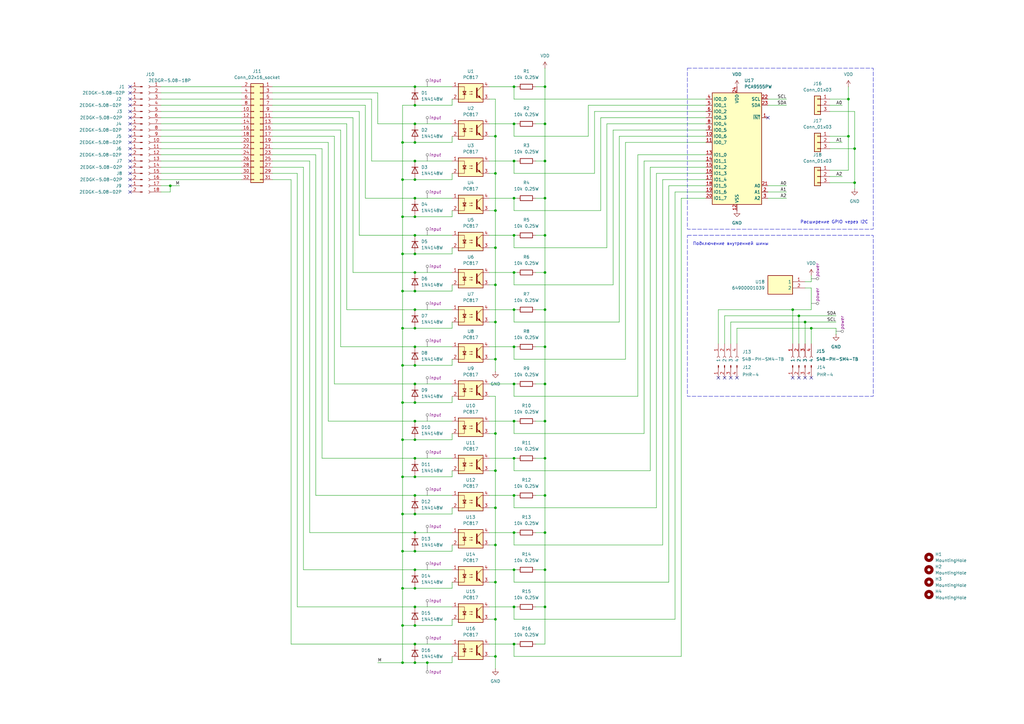
<source format=kicad_sch>
(kicad_sch (version 20231120) (generator "eeschema") (generator_version "8.0")
  (paper "A3")
  (title_block (title "Модуль PM-DI16-base"))
  (junction (at 170.18 96.52))
  (junction (at 170.18 58.42))
  (junction (at 165.1 119.38))
  (junction (at 210.82 96.52))
  (junction (at 170.18 119.38))
  (junction (at 210.82 248.92))
  (junction (at 223.52 111.76))
  (junction (at 223.52 35.56))
  (junction (at 223.52 127))
  (junction (at 165.1 210.82))
  (junction (at 203.2 177.8))
  (junction (at 210.82 66.04))
  (junction (at 170.18 218.44))
  (junction (at 170.18 264.16))
  (junction (at 170.18 66.04))
  (junction (at 210.82 111.76))
  (junction (at 203.2 55.88))
  (junction (at 170.18 226.06))
  (junction (at 203.2 71.12))
  (junction (at 170.18 203.2))
  (junction (at 170.18 210.82))
  (junction (at 332.74 134.62))
  (junction (at 223.52 96.52))
  (junction (at 165.1 271.78))
  (junction (at 223.52 187.96))
  (junction (at 170.18 248.92))
  (junction (at 170.18 142.24))
  (junction (at 223.52 233.68))
  (junction (at 210.82 157.48))
  (junction (at 223.52 142.24))
  (junction (at 170.18 187.96))
  (junction (at 175.26 271.78))
  (junction (at 170.18 165.1))
  (junction (at 170.18 180.34))
  (junction (at 203.2 208.28))
  (junction (at 170.18 256.54))
  (junction (at 203.2 132.08))
  (junction (at 210.82 127))
  (junction (at 210.82 233.68))
  (junction (at 165.1 88.9))
  (junction (at 350.52 74.93))
  (junction (at 170.18 88.9))
  (junction (at 170.18 104.14))
  (junction (at 170.18 241.3))
  (junction (at 170.18 271.78))
  (junction (at 203.2 193.04))
  (junction (at 210.82 264.16))
  (junction (at 170.18 157.48))
  (junction (at 165.1 104.14))
  (junction (at 203.2 223.52))
  (junction (at 223.52 81.28))
  (junction (at 165.1 165.1))
  (junction (at 223.52 157.48))
  (junction (at 165.1 180.34))
  (junction (at 165.1 134.62))
  (junction (at 210.82 187.96))
  (junction (at 347.98 40.64))
  (junction (at 223.52 248.92))
  (junction (at 347.98 55.88))
  (junction (at 165.1 149.86))
  (junction (at 170.18 81.28))
  (junction (at 170.18 172.72))
  (junction (at 170.18 73.66))
  (junction (at 165.1 256.54))
  (junction (at 203.2 238.76))
  (junction (at 170.18 233.68))
  (junction (at 203.2 116.84))
  (junction (at 170.18 195.58))
  (junction (at 330.2 132.08))
  (junction (at 170.18 111.76))
  (junction (at 210.82 81.28))
  (junction (at 203.2 147.32))
  (junction (at 203.2 269.24))
  (junction (at 210.82 203.2))
  (junction (at 170.18 149.86))
  (junction (at 210.82 172.72))
  (junction (at 165.1 226.06))
  (junction (at 210.82 35.56))
  (junction (at 165.1 195.58))
  (junction (at 210.82 142.24))
  (junction (at 210.82 218.44))
  (junction (at 203.2 254))
  (junction (at 325.12 127))
  (junction (at 223.52 172.72))
  (junction (at 350.52 60.96))
  (junction (at 327.66 129.54))
  (junction (at 69.85 76.2))
  (junction (at 170.18 43.18))
  (junction (at 210.82 50.8))
  (junction (at 170.18 35.56))
  (junction (at 170.18 127))
  (junction (at 223.52 203.2))
  (junction (at 170.18 134.62))
  (junction (at 223.52 66.04))
  (junction (at 223.52 218.44))
  (junction (at 165.1 58.42))
  (junction (at 203.2 101.6))
  (junction (at 203.2 86.36))
  (junction (at 223.52 50.8))
  (junction (at 165.1 241.3))
  (junction (at 170.18 50.8))
  (junction (at 165.1 73.66))
  (no_connect (at 53.34 71.12))
  (no_connect (at 330.2 154.94))
  (no_connect (at 327.66 154.94))
  (no_connect (at 53.34 58.42))
  (no_connect (at 53.34 55.88))
  (no_connect (at 297.18 154.94))
  (no_connect (at 53.34 43.18))
  (no_connect (at 53.34 68.58))
  (no_connect (at 53.34 38.1))
  (no_connect (at 53.34 73.66))
  (no_connect (at 53.34 48.26))
  (no_connect (at 302.26 154.94))
  (no_connect (at 53.34 78.74))
  (no_connect (at 299.72 154.94))
  (no_connect (at 53.34 40.64))
  (no_connect (at 325.12 154.94))
  (no_connect (at 53.34 53.34))
  (no_connect (at 53.34 60.96))
  (no_connect (at 53.34 76.2))
  (no_connect (at 53.34 45.72))
  (no_connect (at 332.74 154.94))
  (no_connect (at 53.34 63.5))
  (no_connect (at 314.96 48.26))
  (no_connect (at 53.34 66.04))
  (no_connect (at 53.34 50.8))
  (no_connect (at 294.64 154.94))
  (no_connect (at 53.34 35.56))
  (wire (pts (xy 185.42 104.14) (xy 185.42 101.6)))
  (wire (pts (xy 170.18 241.3) (xy 185.42 241.3)))
  (wire (pts (xy 111.76 53.34) (xy 139.7 53.34)))
  (wire (pts (xy 203.2 86.36) (xy 203.2 101.6)))
  (wire (pts (xy 210.82 127) (xy 212.09 127)))
  (wire (pts (xy 223.52 66.04) (xy 223.52 81.28)))
  (wire (pts (xy 185.42 241.3) (xy 185.42 238.76)))
  (wire (pts (xy 165.1 210.82) (xy 170.18 210.82)))
  (wire (pts (xy 185.42 119.38) (xy 185.42 116.84)))
  (wire (pts (xy 219.71 187.96) (xy 223.52 187.96)))
  (wire (pts (xy 330.2 132.08) (xy 342.9 132.08)))
  (wire (pts (xy 294.64 127) (xy 294.64 140.97)))
  (wire (pts (xy 66.04 45.72) (xy 99.06 45.72)))
  (wire (pts (xy 200.66 111.76) (xy 210.82 111.76)))
  (wire (pts (xy 185.42 134.62) (xy 185.42 132.08)))
  (wire (pts (xy 266.7 193.04) (xy 266.7 68.58)))
  (wire (pts (xy 223.52 187.96) (xy 223.52 203.2)))
  (wire (pts (xy 261.62 63.5) (xy 261.62 162.56)))
  (wire (pts (xy 203.2 254) (xy 203.2 269.24)))
  (wire (pts (xy 127 218.44) (xy 170.18 218.44)))
  (wire (pts (xy 170.18 119.38) (xy 185.42 119.38)))
  (wire (pts (xy 203.2 71.12) (xy 203.2 86.36)))
  (wire (pts (xy 200.66 162.56) (xy 203.2 162.56)))
  (wire (pts (xy 66.04 78.74) (xy 69.85 78.74)))
  (wire (pts (xy 210.82 116.84) (xy 251.46 116.84)))
  (wire (pts (xy 210.82 66.04) (xy 210.82 71.12)))
  (wire (pts (xy 175.26 273.05) (xy 175.26 271.78)))
  (wire (pts (xy 340.36 55.88) (xy 347.98 55.88)))
  (wire (pts (xy 314.96 81.28) (xy 322.58 81.28)))
  (wire (pts (xy 111.76 35.56) (xy 170.18 35.56)))
  (wire (pts (xy 210.82 203.2) (xy 210.82 208.28)))
  (wire (pts (xy 330.2 115.57) (xy 332.74 115.57)))
  (wire (pts (xy 200.66 50.8) (xy 210.82 50.8)))
  (wire (pts (xy 210.82 187.96) (xy 210.82 193.04)))
  (wire (pts (xy 129.54 203.2) (xy 170.18 203.2)))
  (wire (pts (xy 175.26 271.78) (xy 185.42 271.78)))
  (wire (pts (xy 170.18 256.54) (xy 185.42 256.54)))
  (wire (pts (xy 200.66 35.56) (xy 210.82 35.56)))
  (wire (pts (xy 121.92 248.92) (xy 170.18 248.92)))
  (wire (pts (xy 200.66 132.08) (xy 203.2 132.08)))
  (wire (pts (xy 210.82 223.52) (xy 271.78 223.52)))
  (wire (pts (xy 342.9 137.16) (xy 342.9 134.62)))
  (wire (pts (xy 129.54 63.5) (xy 111.76 63.5)))
  (wire (pts (xy 66.04 48.26) (xy 99.06 48.26)))
  (wire (pts (xy 170.18 142.24) (xy 185.42 142.24)))
  (wire (pts (xy 223.52 157.48) (xy 223.52 172.72)))
  (wire (pts (xy 152.4 66.04) (xy 152.4 40.64)))
  (wire (pts (xy 170.18 134.62) (xy 185.42 134.62)))
  (wire (pts (xy 165.1 180.34) (xy 170.18 180.34)))
  (wire (pts (xy 165.1 134.62) (xy 165.1 149.86)))
  (wire (pts (xy 200.66 96.52) (xy 210.82 96.52)))
  (wire (pts (xy 66.04 60.96) (xy 99.06 60.96)))
  (wire (pts (xy 170.18 127) (xy 185.42 127)))
  (wire (pts (xy 200.66 269.24) (xy 203.2 269.24)))
  (wire (pts (xy 210.82 264.16) (xy 210.82 269.24)))
  (wire (pts (xy 66.04 40.64) (xy 99.06 40.64)))
  (wire (pts (xy 165.1 149.86) (xy 165.1 165.1)))
  (wire (pts (xy 170.18 218.44) (xy 185.42 218.44)))
  (wire (pts (xy 210.82 127) (xy 210.82 132.08)))
  (wire (pts (xy 144.78 111.76) (xy 170.18 111.76)))
  (wire (pts (xy 314.96 43.18) (xy 322.58 43.18)))
  (wire (pts (xy 210.82 142.24) (xy 212.09 142.24)))
  (wire (pts (xy 223.52 50.8) (xy 223.52 66.04)))
  (wire (pts (xy 165.1 43.18) (xy 170.18 43.18)))
  (wire (pts (xy 241.3 43.18) (xy 289.56 43.18)))
  (wire (pts (xy 111.76 43.18) (xy 149.86 43.18)))
  (wire (pts (xy 314.96 40.64) (xy 322.58 40.64)))
  (wire (pts (xy 340.36 60.96) (xy 350.52 60.96)))
  (wire (pts (xy 203.2 55.88) (xy 203.2 71.12)))
  (wire (pts (xy 330.2 132.08) (xy 330.2 140.97)))
  (wire (pts (xy 289.56 81.28) (xy 279.4 81.28)))
  (wire (pts (xy 203.2 208.28) (xy 203.2 223.52)))
  (wire (pts (xy 219.71 111.76) (xy 223.52 111.76)))
  (wire (pts (xy 299.72 132.08) (xy 330.2 132.08)))
  (wire (pts (xy 121.92 71.12) (xy 121.92 248.92)))
  (wire (pts (xy 302.26 140.97) (xy 302.26 134.62)))
  (wire (pts (xy 203.2 132.08) (xy 203.2 147.32)))
  (wire (pts (xy 219.71 203.2) (xy 223.52 203.2)))
  (wire (pts (xy 111.76 50.8) (xy 142.24 50.8)))
  (wire (pts (xy 210.82 96.52) (xy 210.82 101.6)))
  (wire (pts (xy 325.12 127) (xy 332.74 127)))
  (wire (pts (xy 170.18 187.96) (xy 185.42 187.96)))
  (wire (pts (xy 243.84 45.72) (xy 243.84 71.12)))
  (wire (pts (xy 223.52 96.52) (xy 223.52 111.76)))
  (wire (pts (xy 165.1 256.54) (xy 170.18 256.54)))
  (wire (pts (xy 185.42 162.56) (xy 185.42 165.1)))
  (wire (pts (xy 223.52 218.44) (xy 223.52 233.68)))
  (wire (pts (xy 223.52 35.56) (xy 223.52 50.8)))
  (wire (pts (xy 170.18 226.06) (xy 185.42 226.06)))
  (wire (pts (xy 210.82 86.36) (xy 246.38 86.36)))
  (wire (pts (xy 165.1 73.66) (xy 170.18 73.66)))
  (wire (pts (xy 210.82 101.6) (xy 248.92 101.6)))
  (wire (pts (xy 200.66 264.16) (xy 210.82 264.16)))
  (wire (pts (xy 347.98 40.64) (xy 347.98 55.88)))
  (wire (pts (xy 170.18 58.42) (xy 185.42 58.42)))
  (wire (pts (xy 210.82 111.76) (xy 212.09 111.76)))
  (wire (pts (xy 165.1 195.58) (xy 165.1 210.82)))
  (wire (pts (xy 210.82 142.24) (xy 210.82 147.32)))
  (wire (pts (xy 165.1 226.06) (xy 165.1 241.3)))
  (wire (pts (xy 170.18 180.34) (xy 185.42 180.34)))
  (wire (pts (xy 170.18 157.48) (xy 185.42 157.48)))
  (wire (pts (xy 271.78 223.52) (xy 271.78 73.66)))
  (wire (pts (xy 210.82 248.92) (xy 210.82 254)))
  (wire (pts (xy 203.2 193.04) (xy 203.2 208.28)))
  (wire (pts (xy 200.66 66.04) (xy 210.82 66.04)))
  (wire (pts (xy 279.4 81.28) (xy 279.4 269.24)))
  (wire (pts (xy 289.56 63.5) (xy 261.62 63.5)))
  (wire (pts (xy 154.94 271.78) (xy 165.1 271.78)))
  (wire (pts (xy 165.1 165.1) (xy 165.1 180.34)))
  (wire (pts (xy 203.2 223.52) (xy 203.2 238.76)))
  (wire (pts (xy 200.66 116.84) (xy 203.2 116.84)))
  (wire (pts (xy 219.71 50.8) (xy 223.52 50.8)))
  (wire (pts (xy 223.52 142.24) (xy 223.52 157.48)))
  (wire (pts (xy 66.04 66.04) (xy 99.06 66.04)))
  (wire (pts (xy 139.7 142.24) (xy 170.18 142.24)))
  (wire (pts (xy 269.24 71.12) (xy 269.24 208.28)))
  (wire (pts (xy 165.1 43.18) (xy 165.1 58.42)))
  (wire (pts (xy 276.86 78.74) (xy 289.56 78.74)))
  (wire (pts (xy 347.98 40.64) (xy 347.98 35.56)))
  (wire (pts (xy 165.1 119.38) (xy 165.1 134.62)))
  (wire (pts (xy 219.71 233.68) (xy 223.52 233.68)))
  (wire (pts (xy 332.74 118.11) (xy 332.74 127)))
  (wire (pts (xy 185.42 256.54) (xy 185.42 254)))
  (wire (pts (xy 170.18 96.52) (xy 185.42 96.52)))
  (wire (pts (xy 185.42 58.42) (xy 185.42 55.88)))
  (wire (pts (xy 66.04 38.1) (xy 99.06 38.1)))
  (wire (pts (xy 200.66 248.92) (xy 210.82 248.92)))
  (wire (pts (xy 203.2 101.6) (xy 203.2 116.84)))
  (wire (pts (xy 124.46 68.58) (xy 124.46 233.68)))
  (wire (pts (xy 210.82 55.88) (xy 241.3 55.88)))
  (wire (pts (xy 66.04 50.8) (xy 99.06 50.8)))
  (wire (pts (xy 66.04 71.12) (xy 99.06 71.12)))
  (wire (pts (xy 170.18 35.56) (xy 185.42 35.56)))
  (wire (pts (xy 154.94 50.8) (xy 154.94 38.1)))
  (wire (pts (xy 142.24 127) (xy 142.24 50.8)))
  (wire (pts (xy 170.18 172.72) (xy 185.42 172.72)))
  (wire (pts (xy 200.66 187.96) (xy 210.82 187.96)))
  (wire (pts (xy 185.42 226.06) (xy 185.42 223.52)))
  (wire (pts (xy 203.2 162.56) (xy 203.2 177.8)))
  (wire (pts (xy 170.18 264.16) (xy 185.42 264.16)))
  (wire (pts (xy 165.1 73.66) (xy 165.1 88.9)))
  (wire (pts (xy 210.82 50.8) (xy 210.82 55.88)))
  (wire (pts (xy 340.36 40.64) (xy 347.98 40.64)))
  (wire (pts (xy 350.52 60.96) (xy 350.52 74.93)))
  (wire (pts (xy 119.38 73.66) (xy 111.76 73.66)))
  (wire (pts (xy 66.04 53.34) (xy 99.06 53.34)))
  (wire (pts (xy 147.32 96.52) (xy 147.32 45.72)))
  (wire (pts (xy 127 66.04) (xy 127 218.44)))
  (wire (pts (xy 210.82 81.28) (xy 210.82 86.36)))
  (wire (pts (xy 210.82 218.44) (xy 210.82 223.52)))
  (wire (pts (xy 219.71 264.16) (xy 223.52 264.16)))
  (wire (pts (xy 165.1 165.1) (xy 170.18 165.1)))
  (wire (pts (xy 66.04 68.58) (xy 99.06 68.58)))
  (wire (pts (xy 210.82 50.8) (xy 212.09 50.8)))
  (wire (pts (xy 223.52 127) (xy 223.52 142.24)))
  (wire (pts (xy 170.18 73.66) (xy 185.42 73.66)))
  (wire (pts (xy 210.82 162.56) (xy 261.62 162.56)))
  (wire (pts (xy 340.36 45.72) (xy 350.52 45.72)))
  (wire (pts (xy 200.66 147.32) (xy 203.2 147.32)))
  (wire (pts (xy 210.82 187.96) (xy 212.09 187.96)))
  (wire (pts (xy 165.1 226.06) (xy 170.18 226.06)))
  (wire (pts (xy 200.66 81.28) (xy 210.82 81.28)))
  (wire (pts (xy 219.71 81.28) (xy 223.52 81.28)))
  (wire (pts (xy 165.1 104.14) (xy 170.18 104.14)))
  (wire (pts (xy 66.04 63.5) (xy 99.06 63.5)))
  (wire (pts (xy 200.66 238.76) (xy 203.2 238.76)))
  (wire (pts (xy 200.66 203.2) (xy 210.82 203.2)))
  (wire (pts (xy 170.18 50.8) (xy 185.42 50.8)))
  (wire (pts (xy 185.42 195.58) (xy 185.42 193.04)))
  (wire (pts (xy 327.66 129.54) (xy 342.9 129.54)))
  (wire (pts (xy 223.52 27.94) (xy 223.52 35.56)))
  (wire (pts (xy 165.1 256.54) (xy 165.1 271.78)))
  (wire (pts (xy 152.4 66.04) (xy 170.18 66.04)))
  (wire (pts (xy 210.82 172.72) (xy 212.09 172.72)))
  (wire (pts (xy 210.82 218.44) (xy 212.09 218.44)))
  (wire (pts (xy 274.32 76.2) (xy 274.32 238.76)))
  (wire (pts (xy 170.18 111.76) (xy 185.42 111.76)))
  (wire (pts (xy 185.42 271.78) (xy 185.42 269.24)))
  (wire (pts (xy 200.66 172.72) (xy 210.82 172.72)))
  (wire (pts (xy 165.1 241.3) (xy 170.18 241.3)))
  (wire (pts (xy 332.74 134.62) (xy 332.74 140.97)))
  (wire (pts (xy 219.71 96.52) (xy 223.52 96.52)))
  (wire (pts (xy 254 55.88) (xy 254 132.08)))
  (wire (pts (xy 340.36 69.85) (xy 347.98 69.85)))
  (wire (pts (xy 111.76 48.26) (xy 144.78 48.26)))
  (wire (pts (xy 165.1 88.9) (xy 170.18 88.9)))
  (wire (pts (xy 241.3 43.18) (xy 241.3 55.88)))
  (wire (pts (xy 210.82 172.72) (xy 210.82 177.8)))
  (wire (pts (xy 165.1 195.58) (xy 170.18 195.58)))
  (wire (pts (xy 203.2 177.8) (xy 203.2 193.04)))
  (wire (pts (xy 210.82 157.48) (xy 210.82 162.56)))
  (wire (pts (xy 134.62 58.42) (xy 134.62 172.72)))
  (wire (pts (xy 256.54 58.42) (xy 256.54 147.32)))
  (wire (pts (xy 327.66 129.54) (xy 327.66 140.97)))
  (wire (pts (xy 165.1 149.86) (xy 170.18 149.86)))
  (wire (pts (xy 200.66 157.48) (xy 210.82 157.48)))
  (wire (pts (xy 210.82 264.16) (xy 212.09 264.16)))
  (wire (pts (xy 200.66 193.04) (xy 203.2 193.04)))
  (wire (pts (xy 170.18 149.86) (xy 185.42 149.86)))
  (wire (pts (xy 210.82 269.24) (xy 279.4 269.24)))
  (wire (pts (xy 111.76 55.88) (xy 137.16 55.88)))
  (wire (pts (xy 332.74 118.11) (xy 330.2 118.11)))
  (wire (pts (xy 170.18 88.9) (xy 185.42 88.9)))
  (wire (pts (xy 210.82 40.64) (xy 289.56 40.64)))
  (wire (pts (xy 170.18 104.14) (xy 185.42 104.14)))
  (wire (pts (xy 299.72 140.97) (xy 299.72 132.08)))
  (wire (pts (xy 170.18 66.04) (xy 185.42 66.04)))
  (wire (pts (xy 170.18 81.28) (xy 185.42 81.28)))
  (wire (pts (xy 200.66 71.12) (xy 203.2 71.12)))
  (wire (pts (xy 340.36 58.42) (xy 345.44 58.42)))
  (wire (pts (xy 314.96 76.2) (xy 322.58 76.2)))
  (wire (pts (xy 129.54 63.5) (xy 129.54 203.2)))
  (wire (pts (xy 203.2 269.24) (xy 203.2 274.32)))
  (wire (pts (xy 200.66 40.64) (xy 203.2 40.64)))
  (wire (pts (xy 165.1 119.38) (xy 170.18 119.38)))
  (wire (pts (xy 69.85 78.74) (xy 69.85 76.2)))
  (wire (pts (xy 175.26 271.78) (xy 170.18 271.78)))
  (wire (pts (xy 210.82 177.8) (xy 264.16 177.8)))
  (wire (pts (xy 165.1 134.62) (xy 170.18 134.62)))
  (wire (pts (xy 144.78 111.76) (xy 144.78 48.26)))
  (wire (pts (xy 210.82 81.28) (xy 212.09 81.28)))
  (wire (pts (xy 203.2 147.32) (xy 203.2 152.4)))
  (wire (pts (xy 200.66 127) (xy 210.82 127)))
  (wire (pts (xy 210.82 193.04) (xy 266.7 193.04)))
  (wire (pts (xy 170.18 203.2) (xy 185.42 203.2)))
  (wire (pts (xy 219.71 66.04) (xy 223.52 66.04)))
  (wire (pts (xy 124.46 68.58) (xy 111.76 68.58)))
  (wire (pts (xy 111.76 60.96) (xy 132.08 60.96)))
  (wire (pts (xy 314.96 78.74) (xy 322.58 78.74)))
  (wire (pts (xy 340.36 72.39) (xy 345.44 72.39)))
  (wire (pts (xy 210.82 157.48) (xy 212.09 157.48)))
  (wire (pts (xy 165.1 58.42) (xy 165.1 73.66)))
  (wire (pts (xy 165.1 104.14) (xy 165.1 119.38)))
  (wire (pts (xy 139.7 142.24) (xy 139.7 53.34)))
  (wire (pts (xy 66.04 35.56) (xy 99.06 35.56)))
  (wire (pts (xy 210.82 132.08) (xy 254 132.08)))
  (wire (pts (xy 69.85 76.2) (xy 73.66 76.2)))
  (wire (pts (xy 111.76 66.04) (xy 127 66.04)))
  (wire (pts (xy 219.71 127) (xy 223.52 127)))
  (wire (pts (xy 219.71 218.44) (xy 223.52 218.44)))
  (wire (pts (xy 66.04 43.18) (xy 99.06 43.18)))
  (wire (pts (xy 219.71 142.24) (xy 223.52 142.24)))
  (wire (pts (xy 132.08 187.96) (xy 170.18 187.96)))
  (wire (pts (xy 340.36 43.18) (xy 345.44 43.18)))
  (wire (pts (xy 185.42 88.9) (xy 185.42 86.36)))
  (wire (pts (xy 243.84 45.72) (xy 289.56 45.72)))
  (wire (pts (xy 170.18 233.68) (xy 185.42 233.68)))
  (wire (pts (xy 289.56 66.04) (xy 264.16 66.04)))
  (wire (pts (xy 210.82 111.76) (xy 210.82 116.84)))
  (wire (pts (xy 165.1 210.82) (xy 165.1 226.06)))
  (wire (pts (xy 223.52 233.68) (xy 223.52 248.92)))
  (wire (pts (xy 210.82 208.28) (xy 269.24 208.28)))
  (wire (pts (xy 246.38 48.26) (xy 289.56 48.26)))
  (wire (pts (xy 170.18 43.18) (xy 185.42 43.18)))
  (wire (pts (xy 185.42 149.86) (xy 185.42 147.32)))
  (wire (pts (xy 132.08 60.96) (xy 132.08 187.96)))
  (wire (pts (xy 165.1 271.78) (xy 170.18 271.78)))
  (wire (pts (xy 165.1 88.9) (xy 165.1 104.14)))
  (wire (pts (xy 223.52 172.72) (xy 223.52 187.96)))
  (wire (pts (xy 325.12 140.97) (xy 325.12 127)))
  (wire (pts (xy 340.36 74.93) (xy 350.52 74.93)))
  (wire (pts (xy 210.82 248.92) (xy 212.09 248.92)))
  (wire (pts (xy 251.46 53.34) (xy 251.46 116.84)))
  (wire (pts (xy 111.76 38.1) (xy 154.94 38.1)))
  (wire (pts (xy 223.52 203.2) (xy 223.52 218.44)))
  (wire (pts (xy 170.18 210.82) (xy 185.42 210.82)))
  (wire (pts (xy 200.66 223.52) (xy 203.2 223.52)))
  (wire (pts (xy 119.38 73.66) (xy 119.38 264.16)))
  (wire (pts (xy 185.42 73.66) (xy 185.42 71.12)))
  (wire (pts (xy 134.62 58.42) (xy 111.76 58.42)))
  (wire (pts (xy 289.56 76.2) (xy 274.32 76.2)))
  (wire (pts (xy 200.66 218.44) (xy 210.82 218.44)))
  (wire (pts (xy 200.66 254) (xy 203.2 254)))
  (wire (pts (xy 203.2 40.64) (xy 203.2 55.88)))
  (wire (pts (xy 137.16 157.48) (xy 170.18 157.48)))
  (wire (pts (xy 170.18 165.1) (xy 185.42 165.1)))
  (wire (pts (xy 210.82 35.56) (xy 210.82 40.64)))
  (wire (pts (xy 66.04 55.88) (xy 99.06 55.88)))
  (wire (pts (xy 119.38 264.16) (xy 170.18 264.16)))
  (wire (pts (xy 200.66 86.36) (xy 203.2 86.36)))
  (wire (pts (xy 223.52 81.28) (xy 223.52 96.52)))
  (wire (pts (xy 203.2 238.76) (xy 203.2 254)))
  (wire (pts (xy 170.18 248.92) (xy 185.42 248.92)))
  (wire (pts (xy 165.1 180.34) (xy 165.1 195.58)))
  (wire (pts (xy 219.71 35.56) (xy 223.52 35.56)))
  (wire (pts (xy 170.18 195.58) (xy 185.42 195.58)))
  (wire (pts (xy 210.82 71.12) (xy 243.84 71.12)))
  (wire (pts (xy 66.04 58.42) (xy 99.06 58.42)))
  (wire (pts (xy 111.76 45.72) (xy 147.32 45.72)))
  (wire (pts (xy 276.86 254) (xy 276.86 78.74)))
  (wire (pts (xy 332.74 113.03) (xy 332.74 115.57)))
  (wire (pts (xy 66.04 73.66) (xy 99.06 73.66)))
  (wire (pts (xy 142.24 127) (xy 170.18 127)))
  (wire (pts (xy 248.92 50.8) (xy 248.92 101.6)))
  (wire (pts (xy 219.71 157.48) (xy 223.52 157.48)))
  (wire (pts (xy 210.82 238.76) (xy 274.32 238.76)))
  (wire (pts (xy 266.7 68.58) (xy 289.56 68.58)))
  (wire (pts (xy 210.82 203.2) (xy 212.09 203.2)))
  (wire (pts (xy 289.56 71.12) (xy 269.24 71.12)))
  (wire (pts (xy 210.82 233.68) (xy 210.82 238.76)))
  (wire (pts (xy 251.46 53.34) (xy 289.56 53.34)))
  (wire (pts (xy 294.64 127) (xy 325.12 127)))
  (wire (pts (xy 200.66 101.6) (xy 203.2 101.6)))
  (wire (pts (xy 271.78 73.66) (xy 289.56 73.66)))
  (wire (pts (xy 185.42 40.64) (xy 185.42 43.18)))
  (wire (pts (xy 210.82 233.68) (xy 212.09 233.68)))
  (wire (pts (xy 254 55.88) (xy 289.56 55.88)))
  (wire (pts (xy 210.82 96.52) (xy 212.09 96.52)))
  (wire (pts (xy 347.98 55.88) (xy 347.98 69.85)))
  (wire (pts (xy 248.92 50.8) (xy 289.56 50.8)))
  (wire (pts (xy 332.74 134.62) (xy 342.9 134.62)))
  (wire (pts (xy 66.04 76.2) (xy 69.85 76.2)))
  (wire (pts (xy 165.1 58.42) (xy 170.18 58.42)))
  (wire (pts (xy 350.52 45.72) (xy 350.52 60.96)))
  (wire (pts (xy 350.52 74.93) (xy 350.52 77.47)))
  (wire (pts (xy 149.86 81.28) (xy 149.86 43.18)))
  (wire (pts (xy 147.32 96.52) (xy 170.18 96.52)))
  (wire (pts (xy 200.66 177.8) (xy 203.2 177.8)))
  (wire (pts (xy 200.66 208.28) (xy 203.2 208.28)))
  (wire (pts (xy 302.26 134.62) (xy 332.74 134.62)))
  (wire (pts (xy 297.18 129.54) (xy 327.66 129.54)))
  (wire (pts (xy 219.71 248.92) (xy 223.52 248.92)))
  (wire (pts (xy 297.18 140.97) (xy 297.18 129.54)))
  (wire (pts (xy 210.82 66.04) (xy 212.09 66.04)))
  (wire (pts (xy 124.46 233.68) (xy 170.18 233.68)))
  (wire (pts (xy 210.82 147.32) (xy 256.54 147.32)))
  (wire (pts (xy 185.42 210.82) (xy 185.42 208.28)))
  (wire (pts (xy 200.66 233.68) (xy 210.82 233.68)))
  (wire (pts (xy 264.16 66.04) (xy 264.16 177.8)))
  (wire (pts (xy 149.86 81.28) (xy 170.18 81.28)))
  (wire (pts (xy 200.66 142.24) (xy 210.82 142.24)))
  (wire (pts (xy 219.71 172.72) (xy 223.52 172.72)))
  (wire (pts (xy 111.76 71.12) (xy 121.92 71.12)))
  (wire (pts (xy 134.62 172.72) (xy 170.18 172.72)))
  (wire (pts (xy 111.76 40.64) (xy 152.4 40.64)))
  (wire (pts (xy 223.52 248.92) (xy 223.52 264.16)))
  (wire (pts (xy 137.16 55.88) (xy 137.16 157.48)))
  (wire (pts (xy 210.82 254) (xy 276.86 254)))
  (wire (pts (xy 223.52 111.76) (xy 223.52 127)))
  (wire (pts (xy 256.54 58.42) (xy 289.56 58.42)))
  (wire (pts (xy 154.94 50.8) (xy 170.18 50.8)))
  (wire (pts (xy 185.42 180.34) (xy 185.42 177.8)))
  (wire (pts (xy 203.2 116.84) (xy 203.2 132.08)))
  (wire (pts (xy 210.82 35.56) (xy 212.09 35.56)))
  (wire (pts (xy 200.66 55.88) (xy 203.2 55.88)))
  (wire (pts (xy 246.38 48.26) (xy 246.38 86.36)))
  (wire (pts (xy 165.1 241.3) (xy 165.1 256.54)))
  (rectangle (start 281.94 27.94) (end 358.14 93.98) (stroke (width 0) (type dash)))
  (rectangle (start 281.94 96.52) (end 358.14 162.56) (stroke (width 0) (type dash)))
  (text "Расширение GPIO через I2C" (at 342.138 91.186 0) (effects (font (size 1.27 1.27))))
  (text "Подключение внутренней шины" (at 299.72 100.076 0) (effects (font (size 1.27 1.27))))
  (label "SCL" (at 322.58 40.64 180))
  (label "A1" (at 345.44 58.42 180))
  (label "SCL" (at 342.9 132.08 180))
  (label "A2" (at 322.58 81.28 180))
  (label "M" (at 73.66 76.2 180))
  (label "SDA" (at 322.58 43.18 180))
  (label "A0" (at 345.44 43.18 180))
  (label "A0" (at 322.58 76.2 180))
  (label "A1" (at 322.58 78.74 180))
  (label "A2" (at 345.44 72.39 180))
  (label "SDA" (at 342.9 129.54 180))
  (label "M" (at 154.94 271.78 0))
  (netclass_flag "" (length 2.54) (shape round) (at 175.26 96.52 0) (property "Netclass" "input" (at 175.9585 93.98 0) (effects (font (italic yes)) (justify left))))
  (netclass_flag "" (length 2.54) (shape round) (at 175.26 218.44 0) (property "Netclass" "input" (at 175.9585 215.9 0) (effects (font (italic yes)) (justify left))))
  (netclass_flag "" (length 2.54) (shape round) (at 175.26 264.16 0) (property "Netclass" "input" (at 175.9585 261.62 0) (effects (font (italic yes)) (justify left))))
  (netclass_flag "" (length 2.54) (shape round) (at 175.26 172.72 0) (property "Netclass" "input" (at 175.9585 170.18 0) (effects (font (italic yes)) (justify left))))
  (netclass_flag "" (length 2.54) (shape round) (at 175.26 233.68 0) (property "Netclass" "input" (at 175.9585 231.14 0) (effects (font (italic yes)) (justify left))))
  (netclass_flag "" (length 2.54) (shape round) (at 332.74 124.46 270) (property "Netclass" "power" (at 335.28 123.7615 90) (effects (font (italic yes)) (justify left))))
  (netclass_flag "" (length 2.54) (shape round) (at 175.26 66.04 0) (property "Netclass" "input" (at 175.9585 63.5 0) (effects (font (italic yes)) (justify left))))
  (netclass_flag "" (length 2.54) (shape round) (at 175.26 81.28 0) (property "Netclass" "input" (at 175.9585 78.74 0) (effects (font (italic yes)) (justify left))))
  (netclass_flag "" (length 2.54) (shape round) (at 175.26 187.96 0) (property "Netclass" "input" (at 175.9585 185.42 0) (effects (font (italic yes)) (justify left))))
  (netclass_flag "" (length 2.54) (shape round) (at 175.26 157.48 0) (property "Netclass" "input" (at 175.9585 154.94 0) (effects (font (italic yes)) (justify left))))
  (netclass_flag "" (length 2.54) (shape round) (at 342.9 135.89 270) (property "Netclass" "power" (at 345.44 135.1915 90) (effects (font (italic yes)) (justify left))))
  (netclass_flag "" (length 2.54) (shape round) (at 332.74 114.3 270) (property "Netclass" "power" (at 335.28 113.6015 90) (effects (font (italic yes)) (justify left))))
  (netclass_flag "" (length 2.54) (shape round) (at 175.26 273.05 180) (property "Netclass" "input" (at 175.9585 275.59 0) (effects (font (italic yes)) (justify left))))
  (netclass_flag "" (length 2.54) (shape round) (at 175.26 248.92 0) (property "Netclass" "input" (at 175.9585 246.38 0) (effects (font (italic yes)) (justify left))))
  (netclass_flag "" (length 2.54) (shape round) (at 175.26 111.76 0) (property "Netclass" "input" (at 175.9585 109.22 0) (effects (font (italic yes)) (justify left))))
  (netclass_flag "" (length 2.54) (shape round) (at 175.26 50.8 0) (property "Netclass" "input" (at 175.9585 48.26 0) (effects (font (italic yes)) (justify left))))
  (netclass_flag "" (length 2.54) (shape round) (at 175.26 35.56 0) (property "Netclass" "input" (at 175.9585 33.02 0) (effects (font (italic yes)) (justify left))))
  (netclass_flag "" (length 2.54) (shape round) (at 175.26 203.2 0) (property "Netclass" "input" (at 175.9585 200.66 0) (effects (font (italic yes)) (justify left))))
  (netclass_flag "" (length 2.54) (shape round) (at 175.26 127 0) (property "Netclass" "input" (at 175.9585 124.46 0) (effects (font (italic yes)) (justify left))))
  (netclass_flag "" (length 2.54) (shape round) (at 175.26 142.24 0) (property "Netclass" "input" (at 175.9585 139.7 0) (effects (font (italic yes)) (justify left))))
  (symbol (lib_id "NextPCB:PC817") (at 193.04 251.46 0) (unit 1)
    (property "Reference" "U15" (at 193.04 242.57 0))
    (property "Value" "PC817" (at 193.04 245.11 0))
    (property "Footprint" "NextPCB:PC817XI_SOIC254P975X460-4N" (effects (hide yes)))
    (property "Datasheet" "http://www.soselectronic.cz/a_info/resource/d/pc817.pdf" (effects (hide yes)))
    (property "Description" "DC Optocoupler, Vce 35V, CTR 50-300%, DIP-4" (effects (hide yes)))
    (property "NextPCB_url" "https://www.hqonline.com/product-detail/photocouplers-slkor-pc817c-2500382115" (effects (hide yes)))
    (property "NextPCB_price" "0.03334" (effects (hide yes)))
  )
  (symbol (lib_id "NextPCB:PCA9555PW") (at 302.26 60.96 0) (mirror y) (unit 1)
    (property "Reference" "U17" (at 305.2765 33.02 0) (effects (justify right)))
    (property "Value" "PCA9555PW" (at 305.2765 35.56 0) (effects (justify right)))
    (property "Footprint" "Package_SO:TSSOP-24_4.4x7.8mm_P0.65mm" (effects (hide yes)))
    (property "Datasheet" "https://www.nxp.com/docs/en/data-sheet/PCA9555.pdf" (effects (hide yes)))
    (property "Description" "IO expander 16 GPIO, I2C 400kHz, Interrupt, 2.3 - 5.5V, TSSOP-24" (effects (hide yes)))
    (property "MPN" "PCA9555PW" (effects (hide yes)))
    (property "NextPCB_url" "https://www.hqonline.com/product-detail/enzhipu-nxp--pca9555pw-1025693950" (effects (hide yes)))
    (property "NextPCB_price" "0.75761" (effects (hide yes)))
  )
  (symbol (lib_id "power:VDD") (at 332.74 113.03 0) (unit 1)
    (property "Reference" "#PWR06" (effects (hide yes)))
    (property "Value" "VDD" (at 332.74 107.95 0))
    (property "Description" "Power symbol creates a global label with name \"VDD\"" (effects (hide yes)))
  )
  (symbol (lib_id "NextPCB:Conn_02x16_socket") (at 106.68 53.34 0) (mirror y) (unit 1)
    (property "Reference" "J11" (at 105.41 29.21 0))
    (property "Value" "Conn_02x16_socket" (at 105.41 31.75 0))
    (property "Footprint" "NextPCB:Conn_02x16_socket" (effects (hide yes)))
    (property "Description" "Generic connector, double row, 02x16, odd/even pin numbering scheme (row 1 odd numbers, row 2 even numbers), script generated (kicad-library-utils/schlib/autogen/connector/)" (effects (hide yes)))
    (property "NextPBC_url" "https://www.hqonline.com/product-detail/female-headers-hctl-pm254-2-16-s-8-5-2500386789" (effects (hide yes)))
    (property "NextPCB_price" "0.34976" (effects (hide yes)))
  )
  (symbol (lib_id "power:GND") (at 350.52 77.47 0) (unit 1)
    (property "Reference" "#PWR09" (effects (hide yes)))
    (property "Value" "GND" (at 350.52 82.55 0))
    (property "Description" "Power symbol creates a global label with name \"GND\" , ground" (effects (hide yes)))
  )
  (symbol (lib_name "JST_S4B-PH-SM4-TB_1") (lib_id "NextPCB:JST_S4B-PH-SM4-TB") (at 298.45 146.05 90) (mirror x) (unit 1)
    (property "Reference" "J13" (at 306.324 144.272 90))
    (property "Value" "S4B-PH-SM4-TB" (at 312.928 147.32 90))
    (property "Footprint" "NextPCB:JST_S4B-PH-SM4-TB_JST_S4B-PH-SM4-TB" (effects (hide yes)))
    (property "MF" "JST Sales" (effects (hide yes)))
    (property "Description_1" "\nConnector Header Surface Mount, Right Angle 4 position 0.079 (2.00mm)\n" (effects (hide yes)))
    (property "Package" "None" (effects (hide yes)))
    (property "Price" "None" (effects (hide yes)))
    (property "Check_prices" "https://www.snapeda.com/parts/S4B-PH-SM4-TB/JST+Sales+America+Inc./view-part/?ref=eda" (effects (hide yes)))
    (property "SnapEDA_Link" "https://www.snapeda.com/parts/S4B-PH-SM4-TB/JST+Sales+America+Inc./view-part/?ref=snap" (effects (hide yes)))
    (property "MP" "S4B-PH-SM4-TB" (effects (hide yes)))
    (property "Availability" "In Stock" (effects (hide yes)))
    (property "MANUFACTURER" "JST" (effects (hide yes)))
    (property "NextPCB_url" "https://www.hqonline.com/product-detail/integrated-components-jst-s4b-ph-sm4-tb-1005295362" (effects (hide yes)))
    (property "NextPCB_price" "0.15819" (effects (hide yes)))
  )
  (symbol (lib_id "NextPCB:1N4148W") (at 170.18 252.73 270) (unit 1)
    (property "Reference" "D15" (at 172.72 251.4599 90) (effects (justify left)))
    (property "Value" "1N4148W" (at 172.72 253.9999 90) (effects (justify left)))
    (property "Footprint" "Diode_SMD:D_SOD-123" (effects (hide yes)))
    (property "Description" "Diode" (effects (hide yes)))
    (property "Sim.Device" "D" (effects (hide yes)))
    (property "Sim.Pins" "1=K 2=A" (effects (hide yes)))
    (property "MfrPart" "1N4148W" (effects (hide yes)))
    (property "Manufacturer" "Jingdao" (effects (hide yes)))
    (property "HQPart" "DS0143597" (effects (hide yes)))
    (property "NextPCB_price" "0.00811" (effects (hide yes)))
    (property "NextPCB_url" "https://www.hqonline.com/product-detail/switching-diodes--small-signal--st-xianke--1n4148w-2500240525" (effects (hide yes)))
  )
  (symbol (lib_name "R_10k_0.25W_2") (lib_id "NextPCB:R_10k_0.25W") (at 215.9 96.52 90) (unit 1)
    (property "Reference" "R5" (at 215.9 90.17 90))
    (property "Value" "10k 0.25W" (at 215.9 92.71 90))
    (property "Footprint" "Resistor_SMD:R_1206_3216Metric_Pad1.30x1.75mm_HandSolder" (effects (hide yes)))
    (property "Description" "Resistor" (effects (hide yes)))
    (property "NextPCB_price" "0.00233" (effects (hide yes)))
    (property "NextPCB_url" "https://www.hqonline.com/product-detail/chip-resistors-yageo-rc1206fr-0710kl-2500015735" (effects (hide yes)))
  )
  (symbol (lib_id "NextPCB:PC817") (at 193.04 205.74 0) (unit 1)
    (property "Reference" "U12" (at 193.04 196.85 0))
    (property "Value" "PC817" (at 193.04 199.39 0))
    (property "Footprint" "NextPCB:PC817XI_SOIC254P975X460-4N" (effects (hide yes)))
    (property "Datasheet" "http://www.soselectronic.cz/a_info/resource/d/pc817.pdf" (effects (hide yes)))
    (property "Description" "DC Optocoupler, Vce 35V, CTR 50-300%, DIP-4" (effects (hide yes)))
    (property "NextPCB_url" "https://www.hqonline.com/product-detail/photocouplers-slkor-pc817c-2500382115" (effects (hide yes)))
    (property "NextPCB_price" "0.03334" (effects (hide yes)))
  )
  (symbol (lib_id "NextPCB:PC817") (at 193.04 68.58 0) (unit 1)
    (property "Reference" "U3" (at 193.04 59.69 0))
    (property "Value" "PC817" (at 193.04 62.23 0))
    (property "Footprint" "NextPCB:PC817XI_SOIC254P975X460-4N" (effects (hide yes)))
    (property "Datasheet" "http://www.soselectronic.cz/a_info/resource/d/pc817.pdf" (effects (hide yes)))
    (property "Description" "DC Optocoupler, Vce 35V, CTR 50-300%, DIP-4" (effects (hide yes)))
    (property "NextPCB_url" "https://www.hqonline.com/product-detail/photocouplers-slkor-pc817c-2500382115" (effects (hide yes)))
    (property "NextPCB_price" "0.03334" (effects (hide yes)))
  )
  (symbol (lib_id "power:VDD") (at 347.98 35.56 0) (unit 1)
    (property "Reference" "#PWR08" (effects (hide yes)))
    (property "Value" "VDD" (at 347.98 30.48 0))
    (property "Description" "Power symbol creates a global label with name \"VDD\"" (effects (hide yes)))
  )
  (symbol (lib_id "NextPCB:1N4148W") (at 170.18 115.57 270) (unit 1)
    (property "Reference" "D6" (at 172.72 114.2999 90) (effects (justify left)))
    (property "Value" "1N4148W" (at 172.72 116.8399 90) (effects (justify left)))
    (property "Footprint" "Diode_SMD:D_SOD-123" (effects (hide yes)))
    (property "Description" "Diode" (effects (hide yes)))
    (property "Sim.Device" "D" (effects (hide yes)))
    (property "Sim.Pins" "1=K 2=A" (effects (hide yes)))
    (property "MfrPart" "1N4148W" (effects (hide yes)))
    (property "Manufacturer" "Jingdao" (effects (hide yes)))
    (property "HQPart" "DS0143597" (effects (hide yes)))
    (property "NextPCB_price" "0.00811" (effects (hide yes)))
    (property "NextPCB_url" "https://www.hqonline.com/product-detail/switching-diodes--small-signal--st-xianke--1n4148w-2500240525" (effects (hide yes)))
  )
  (symbol (lib_id "Mechanical:MountingHole") (at 381 243.84 0) (unit 1) (exclude_from_sim yes) (in_bom no)
    (property "Reference" "H4" (at 383.54 242.5699 0) (effects (justify left)))
    (property "Value" "MountingHole" (at 383.54 245.1099 0) (effects (justify left)))
    (property "Footprint" "MountingHole:MountingHole_3.2mm_M3" (effects (hide yes)))
    (property "Description" "Mounting Hole without connection" (effects (hide yes)))
  )
  (symbol (lib_id "NextPCB:R_10k_0.25W") (at 215.9 218.44 90) (unit 1)
    (property "Reference" "R13" (at 215.9 212.09 90))
    (property "Value" "10k 0.25W" (at 215.9 214.63 90))
    (property "Footprint" "Resistor_SMD:R_1206_3216Metric_Pad1.30x1.75mm_HandSolder" (effects (hide yes)))
    (property "Description" "Resistor" (effects (hide yes)))
    (property "NextPCB_price" "0.00233" (effects (hide yes)))
    (property "NextPCB_url" "https://www.hqonline.com/product-detail/chip-resistors-yageo-rc1206fr-0710kl-2500015735" (effects (hide yes)))
  )
  (symbol (lib_id "NextPCB:Degson_2EDGR-5.08-18P") (at 60.96 35.56 0) (mirror y) (unit 1)
    (property "Reference" "J10" (at 61.595 30.48 0))
    (property "Value" "2EDGR-5.08-18P" (at 69.596 33.02 0))
    (property "Footprint" "NextPCB:Degson_2EDGR-5.08-18P" (effects (hide yes)))
    (property "Description" "Generic connector, single row, 01x02, script generated" (effects (hide yes)))
    (property "NextPCB_url" "https://www.hqonline.com/product-detail/terminal-blocks-kangnex-wj2edgr-5-08-18p-2500349376" (effects (hide yes)))
    (property "NextPCB_price" "0.17085" (effects (hide yes)))
  )
  (symbol (lib_id "Mechanical:MountingHole") (at 381 228.6 0) (unit 1) (exclude_from_sim yes) (in_bom no)
    (property "Reference" "H1" (at 383.54 227.3299 0) (effects (justify left)))
    (property "Value" "MountingHole" (at 383.54 229.8699 0) (effects (justify left)))
    (property "Footprint" "MountingHole:MountingHole_3.2mm_M3" (effects (hide yes)))
    (property "Description" "Mounting Hole without connection" (effects (hide yes)))
  )
  (symbol (lib_id "NextPCB:Degson_2EDGK-5.08-02P") (at 53.34 66.04 0) (mirror y) (unit 1) (on_board no)
    (property "Reference" "J7" (at 47.752 66.04 0) (effects (justify right)))
    (property "Value" "2EDGK-5.08-02P" (at 32.766 68.58 0) (effects (justify right)))
    (property "Description" "Generic connector, single row, 01x02, script generated" (effects (hide yes)))
    (property "NextPCB_url" "https://www.hqonline.com/product-detail/max-maixu--mx2edgk-5-08-02p-gn01-cu-y-a-1027943030" (effects (hide yes)))
    (property "NextPCB_price" "0.11828" (effects (hide yes)))
  )
  (symbol (lib_id "NextPCB:R_10k_0.25W") (at 215.9 127 90) (unit 1)
    (property "Reference" "R7" (at 215.9 120.65 90))
    (property "Value" "10k 0.25W" (at 215.9 123.19 90))
    (property "Footprint" "Resistor_SMD:R_1206_3216Metric_Pad1.30x1.75mm_HandSolder" (effects (hide yes)))
    (property "Description" "Resistor" (effects (hide yes)))
    (property "NextPCB_price" "0.00233" (effects (hide yes)))
    (property "NextPCB_url" "https://www.hqonline.com/product-detail/chip-resistors-yageo-rc1206fr-0710kl-2500015735" (effects (hide yes)))
  )
  (symbol (lib_id "NextPCB:Degson_2EDGK-5.08-02P") (at 53.34 35.56 0) (mirror y) (unit 1) (on_board no)
    (property "Reference" "J1" (at 48.768 35.56 0) (effects (justify right)))
    (property "Value" "2EDGK-5.08-02P" (at 33.782 38.1 0) (effects (justify right)))
    (property "Description" "Generic connector, single row, 01x02, script generated" (effects (hide yes)))
    (property "NextPCB_url" "https://www.hqonline.com/product-detail/max-maixu--mx2edgk-5-08-02p-gn01-cu-y-a-1027943030" (effects (hide yes)))
    (property "NextPCB_price" "0.11828" (effects (hide yes)))
  )
  (symbol (lib_id "NextPCB:Fuseholder") (at 330.2 115.57 0) (mirror y) (unit 1)
    (property "Reference" "U18" (at 313.69 115.5699 0) (effects (justify left)))
    (property "Value" "64900001039" (at 313.69 118.1099 0) (effects (justify left)))
    (property "Footprint" "NextPCB:Fuseholder" (effects (hide yes)))
    (property "Datasheet" "http://www.littelfuse.com/~/media/electronics/datasheets/fuse_blocks/littelfuse_fuse_block_649_datasheet.pdf.pdf" (effects (hide yes)))
    (property "Description" "5x20mm Fuseholder 6.3A 250V Littelfuse 6.3A PCB Mount Fuse Holder for 5 x 20mm Cartridge Fuse, 250 V" (effects (hide yes)))
    (property "Manufacturer_Name" "LITTELFUSE" (effects (hide yes)))
    (property "Manufacturer_Part_Number" "64900001039" (effects (hide yes)))
    (property "Mouser Part Number" "576-64900001039" (effects (hide yes)))
    (property "Mouser Price/Stock" "https://www.mouser.co.uk/ProductDetail/Littelfuse/64900001039?qs=hH%252BOa0VZEiArPloPoB86OA%3D%3D" (effects (hide yes)))
    (property "Arrow Part Number" "64900001039" (effects (hide yes)))
    (property "Arrow Price/Stock" "https://www.arrow.com/en/products/64900001039/littelfuse?region=nac" (effects (hide yes)))
    (property "NextPCB_url" "https://www.hqonline.com/product-detail/fuse-holders---clips---boxes-littelfuse-64900001039-1005256123" (effects (hide yes)))
    (property "NextPCB_price" "0.13489" (effects (hide yes)))
  )
  (symbol (lib_id "Connector_Generic:Conn_01x03") (at 335.28 72.39 0) (mirror y) (unit 1)
    (property "Reference" "J18" (at 335.28 63.5 0))
    (property "Value" "Conn_01x03" (at 335.28 66.04 0))
    (property "Footprint" "Connector_PinHeader_2.54mm:PinHeader_1x03_P2.54mm_Vertical_SMD_Pin1Left" (effects (hide yes)))
    (property "Description" "Generic connector, single row, 01x03, script generated (kicad-library-utils/schlib/autogen/connector/)" (effects (hide yes)))
  )
  (symbol (lib_id "NextPCB:1N4148W") (at 170.18 100.33 270) (unit 1)
    (property "Reference" "D5" (at 172.72 99.0599 90) (effects (justify left)))
    (property "Value" "1N4148W" (at 172.72 101.5999 90) (effects (justify left)))
    (property "Footprint" "Diode_SMD:D_SOD-123" (effects (hide yes)))
    (property "Description" "Diode" (effects (hide yes)))
    (property "Sim.Device" "D" (effects (hide yes)))
    (property "Sim.Pins" "1=K 2=A" (effects (hide yes)))
    (property "MfrPart" "1N4148W" (effects (hide yes)))
    (property "Manufacturer" "Jingdao" (effects (hide yes)))
    (property "HQPart" "DS0143597" (effects (hide yes)))
    (property "NextPCB_price" "0.00811" (effects (hide yes)))
    (property "NextPCB_url" "https://www.hqonline.com/product-detail/switching-diodes--small-signal--st-xianke--1n4148w-2500240525" (effects (hide yes)))
  )
  (symbol (lib_id "NextPCB:1N4148W") (at 170.18 191.77 270) (unit 1)
    (property "Reference" "D11" (at 172.72 190.4999 90) (effects (justify left)))
    (property "Value" "1N4148W" (at 172.72 193.0399 90) (effects (justify left)))
    (property "Footprint" "Diode_SMD:D_SOD-123" (effects (hide yes)))
    (property "Description" "Diode" (effects (hide yes)))
    (property "Sim.Device" "D" (effects (hide yes)))
    (property "Sim.Pins" "1=K 2=A" (effects (hide yes)))
    (property "MfrPart" "1N4148W" (effects (hide yes)))
    (property "Manufacturer" "Jingdao" (effects (hide yes)))
    (property "HQPart" "DS0143597" (effects (hide yes)))
    (property "NextPCB_price" "0.00811" (effects (hide yes)))
    (property "NextPCB_url" "https://www.hqonline.com/product-detail/switching-diodes--small-signal--st-xianke--1n4148w-2500240525" (effects (hide yes)))
  )
  (symbol (lib_id "NextPCB:PC817") (at 193.04 236.22 0) (unit 1)
    (property "Reference" "U14" (at 193.04 227.33 0))
    (property "Value" "PC817" (at 193.04 229.87 0))
    (property "Footprint" "NextPCB:PC817XI_SOIC254P975X460-4N" (effects (hide yes)))
    (property "Datasheet" "http://www.soselectronic.cz/a_info/resource/d/pc817.pdf" (effects (hide yes)))
    (property "Description" "DC Optocoupler, Vce 35V, CTR 50-300%, DIP-4" (effects (hide yes)))
    (property "NextPCB_url" "https://www.hqonline.com/product-detail/photocouplers-slkor-pc817c-2500382115" (effects (hide yes)))
    (property "NextPCB_price" "0.03334" (effects (hide yes)))
  )
  (symbol (lib_id "NextPCB:R_10k_0.25W") (at 215.9 233.68 90) (unit 1)
    (property "Reference" "R14" (at 215.9 227.33 90))
    (property "Value" "10k 0.25W" (at 215.9 229.87 90))
    (property "Footprint" "Resistor_SMD:R_1206_3216Metric_Pad1.30x1.75mm_HandSolder" (effects (hide yes)))
    (property "Description" "Resistor" (effects (hide yes)))
    (property "NextPCB_price" "0.00233" (effects (hide yes)))
    (property "NextPCB_url" "https://www.hqonline.com/product-detail/chip-resistors-yageo-rc1206fr-0710kl-2500015735" (effects (hide yes)))
  )
  (symbol (lib_id "NextPCB:Degson_2EDGK-5.08-02P") (at 53.34 45.72 0) (mirror y) (unit 1) (on_board no)
    (property "Reference" "J3" (at 47.752 45.72 0) (effects (justify right)))
    (property "Value" "2EDGK-5.08-02P" (at 32.766 48.26 0) (effects (justify right)))
    (property "Description" "Generic connector, single row, 01x02, script generated" (effects (hide yes)))
    (property "NextPCB_url" "https://www.hqonline.com/product-detail/max-maixu--mx2edgk-5-08-02p-gn01-cu-y-a-1027943030" (effects (hide yes)))
    (property "NextPCB_price" "0.11828" (effects (hide yes)))
  )
  (symbol (lib_id "NextPCB:R_10k_0.25W") (at 215.9 203.2 90) (unit 1)
    (property "Reference" "R12" (at 215.9 196.85 90))
    (property "Value" "10k 0.25W" (at 215.9 199.39 90))
    (property "Footprint" "Resistor_SMD:R_1206_3216Metric_Pad1.30x1.75mm_HandSolder" (effects (hide yes)))
    (property "Description" "Resistor" (effects (hide yes)))
    (property "NextPCB_price" "0.00233" (effects (hide yes)))
    (property "NextPCB_url" "https://www.hqonline.com/product-detail/chip-resistors-yageo-rc1206fr-0710kl-2500015735" (effects (hide yes)))
  )
  (symbol (lib_id "NextPCB:PC817") (at 193.04 144.78 0) (unit 1)
    (property "Reference" "U8" (at 193.04 135.89 0))
    (property "Value" "PC817" (at 193.04 138.43 0))
    (property "Footprint" "NextPCB:PC817XI_SOIC254P975X460-4N" (effects (hide yes)))
    (property "Datasheet" "http://www.soselectronic.cz/a_info/resource/d/pc817.pdf" (effects (hide yes)))
    (property "Description" "DC Optocoupler, Vce 35V, CTR 50-300%, DIP-4" (effects (hide yes)))
    (property "NextPCB_url" "https://www.hqonline.com/product-detail/photocouplers-slkor-pc817c-2500382115" (effects (hide yes)))
    (property "NextPCB_price" "0.03334" (effects (hide yes)))
  )
  (symbol (lib_id "Mechanical:MountingHole") (at 381 233.68 0) (unit 1) (exclude_from_sim yes) (in_bom no)
    (property "Reference" "H2" (at 383.54 232.4099 0) (effects (justify left)))
    (property "Value" "MountingHole" (at 383.54 234.9499 0) (effects (justify left)))
    (property "Footprint" "MountingHole:MountingHole_3.2mm_M3" (effects (hide yes)))
    (property "Description" "Mounting Hole without connection" (effects (hide yes)))
  )
  (symbol (lib_name "R_10k_0.25W_3") (lib_id "NextPCB:R_10k_0.25W") (at 215.9 50.8 90) (unit 1)
    (property "Reference" "R2" (at 215.9 44.45 90))
    (property "Value" "10k 0.25W" (at 215.9 46.99 90))
    (property "Footprint" "Resistor_SMD:R_1206_3216Metric_Pad1.30x1.75mm_HandSolder" (effects (hide yes)))
    (property "Description" "Resistor" (effects (hide yes)))
    (property "NextPCB_price" "0.00233" (effects (hide yes)))
    (property "NextPCB_url" "https://www.hqonline.com/product-detail/chip-resistors-yageo-rc1206fr-0710kl-2500015735" (effects (hide yes)))
  )
  (symbol (lib_id "NextPCB:PC817") (at 193.04 114.3 0) (unit 1)
    (property "Reference" "U6" (at 193.04 105.41 0))
    (property "Value" "PC817" (at 193.04 107.95 0))
    (property "Footprint" "NextPCB:PC817XI_SOIC254P975X460-4N" (effects (hide yes)))
    (property "Datasheet" "http://www.soselectronic.cz/a_info/resource/d/pc817.pdf" (effects (hide yes)))
    (property "Description" "DC Optocoupler, Vce 35V, CTR 50-300%, DIP-4" (effects (hide yes)))
    (property "NextPCB_url" "https://www.hqonline.com/product-detail/photocouplers-slkor-pc817c-2500382115" (effects (hide yes)))
    (property "NextPCB_price" "0.03334" (effects (hide yes)))
  )
  (symbol (lib_id "NextPCB:R_10k_0.25W") (at 215.9 248.92 90) (unit 1)
    (property "Reference" "R15" (at 215.9 242.57 90))
    (property "Value" "10k 0.25W" (at 215.9 245.11 90))
    (property "Footprint" "Resistor_SMD:R_1206_3216Metric_Pad1.30x1.75mm_HandSolder" (effects (hide yes)))
    (property "Description" "Resistor" (effects (hide yes)))
    (property "NextPCB_price" "0.00233" (effects (hide yes)))
    (property "NextPCB_url" "https://www.hqonline.com/product-detail/chip-resistors-yageo-rc1206fr-0710kl-2500015735" (effects (hide yes)))
  )
  (symbol (lib_id "NextPCB:1N4148W") (at 170.18 39.37 270) (unit 1)
    (property "Reference" "D1" (at 172.72 38.0999 90) (effects (justify left)))
    (property "Value" "1N4148W" (at 172.72 40.6399 90) (effects (justify left)))
    (property "Footprint" "Diode_SMD:D_SOD-123" (effects (hide yes)))
    (property "Description" "Diode" (effects (hide yes)))
    (property "Sim.Device" "D" (effects (hide yes)))
    (property "Sim.Pins" "1=K 2=A" (effects (hide yes)))
    (property "MfrPart" "1N4148W" (effects (hide yes)))
    (property "Manufacturer" "Jingdao" (effects (hide yes)))
    (property "HQPart" "DS0143597" (effects (hide yes)))
    (property "NextPCB_price" "0.00811" (effects (hide yes)))
    (property "NextPCB_url" "https://www.hqonline.com/product-detail/switching-diodes--small-signal--st-xianke--1n4148w-2500240525" (effects (hide yes)))
  )
  (symbol (lib_id "NextPCB:PC817") (at 193.04 129.54 0) (unit 1)
    (property "Reference" "U7" (at 193.04 120.65 0))
    (property "Value" "PC817" (at 193.04 123.19 0))
    (property "Footprint" "NextPCB:PC817XI_SOIC254P975X460-4N" (effects (hide yes)))
    (property "Datasheet" "http://www.soselectronic.cz/a_info/resource/d/pc817.pdf" (effects (hide yes)))
    (property "Description" "DC Optocoupler, Vce 35V, CTR 50-300%, DIP-4" (effects (hide yes)))
    (property "NextPCB_url" "https://www.hqonline.com/product-detail/photocouplers-slkor-pc817c-2500382115" (effects (hide yes)))
    (property "NextPCB_price" "0.03334" (effects (hide yes)))
  )
  (symbol (lib_id "NextPCB:R_10k_0.25W") (at 215.9 111.76 90) (unit 1)
    (property "Reference" "R6" (at 215.9 105.41 90))
    (property "Value" "10k 0.25W" (at 215.9 107.95 90))
    (property "Footprint" "Resistor_SMD:R_1206_3216Metric_Pad1.30x1.75mm_HandSolder" (effects (hide yes)))
    (property "Description" "Resistor" (effects (hide yes)))
    (property "NextPCB_price" "0.00233" (effects (hide yes)))
    (property "NextPCB_url" "https://www.hqonline.com/product-detail/chip-resistors-yageo-rc1206fr-0710kl-2500015735" (effects (hide yes)))
  )
  (symbol (lib_id "power:GND") (at 342.9 137.16 0) (unit 1)
    (property "Reference" "#PWR07" (effects (hide yes)))
    (property "Value" "GND" (at 342.9 142.24 0))
    (property "Description" "Power symbol creates a global label with name \"GND\" , ground" (effects (hide yes)))
  )
  (symbol (lib_id "NextPCB:1N4148W") (at 170.18 161.29 270) (unit 1)
    (property "Reference" "D9" (at 172.72 160.0199 90) (effects (justify left)))
    (property "Value" "1N4148W" (at 172.72 162.5599 90) (effects (justify left)))
    (property "Footprint" "Diode_SMD:D_SOD-123" (effects (hide yes)))
    (property "Description" "Diode" (effects (hide yes)))
    (property "Sim.Device" "D" (effects (hide yes)))
    (property "Sim.Pins" "1=K 2=A" (effects (hide yes)))
    (property "MfrPart" "1N4148W" (effects (hide yes)))
    (property "Manufacturer" "Jingdao" (effects (hide yes)))
    (property "HQPart" "DS0143597" (effects (hide yes)))
    (property "NextPCB_price" "0.00811" (effects (hide yes)))
    (property "NextPCB_url" "https://www.hqonline.com/product-detail/switching-diodes--small-signal--st-xianke--1n4148w-2500240525" (effects (hide yes)))
  )
  (symbol (lib_id "NextPCB:R_10k_0.25W") (at 215.9 187.96 90) (unit 1)
    (property "Reference" "R11" (at 215.9 181.61 90))
    (property "Value" "10k 0.25W" (at 215.9 184.15 90))
    (property "Footprint" "Resistor_SMD:R_1206_3216Metric_Pad1.30x1.75mm_HandSolder" (effects (hide yes)))
    (property "Description" "Resistor" (effects (hide yes)))
    (property "NextPCB_price" "0.00233" (effects (hide yes)))
    (property "NextPCB_url" "https://www.hqonline.com/product-detail/chip-resistors-yageo-rc1206fr-0710kl-2500015735" (effects (hide yes)))
  )
  (symbol (lib_id "NextPCB:Degson_2EDGK-5.08-02P") (at 53.34 71.12 0) (mirror y) (unit 1) (on_board no)
    (property "Reference" "J8" (at 47.752 71.12 0) (effects (justify right)))
    (property "Value" "2EDGK-5.08-02P" (at 32.766 73.66 0) (effects (justify right)))
    (property "Description" "Generic connector, single row, 01x02, script generated" (effects (hide yes)))
    (property "NextPCB_url" "https://www.hqonline.com/product-detail/max-maixu--mx2edgk-5-08-02p-gn01-cu-y-a-1027943030" (effects (hide yes)))
    (property "NextPCB_price" "0.11828" (effects (hide yes)))
  )
  (symbol (lib_id "NextPCB:1N4148W") (at 170.18 267.97 270) (unit 1)
    (property "Reference" "D16" (at 172.72 266.6999 90) (effects (justify left)))
    (property "Value" "1N4148W" (at 172.72 269.2399 90) (effects (justify left)))
    (property "Footprint" "Diode_SMD:D_SOD-123" (effects (hide yes)))
    (property "Description" "Diode" (effects (hide yes)))
    (property "Sim.Device" "D" (effects (hide yes)))
    (property "Sim.Pins" "1=K 2=A" (effects (hide yes)))
    (property "MfrPart" "1N4148W" (effects (hide yes)))
    (property "Manufacturer" "Jingdao" (effects (hide yes)))
    (property "HQPart" "DS0143597" (effects (hide yes)))
    (property "NextPCB_price" "0.00811" (effects (hide yes)))
    (property "NextPCB_url" "https://www.hqonline.com/product-detail/switching-diodes--small-signal--st-xianke--1n4148w-2500240525" (effects (hide yes)))
  )
  (symbol (lib_id "Connector_Generic:Conn_01x03") (at 335.28 43.18 0) (mirror y) (unit 1)
    (property "Reference" "J16" (at 335.28 34.29 0))
    (property "Value" "Conn_01x03" (at 335.28 36.83 0))
    (property "Footprint" "Connector_PinHeader_2.54mm:PinHeader_1x03_P2.54mm_Vertical_SMD_Pin1Left" (effects (hide yes)))
    (property "Description" "Generic connector, single row, 01x03, script generated (kicad-library-utils/schlib/autogen/connector/)" (effects (hide yes)))
  )
  (symbol (lib_id "NextPCB:Degson_2EDGK-5.08-02P") (at 53.34 55.88 0) (mirror y) (unit 1) (on_board no)
    (property "Reference" "J5" (at 47.498 55.88 0) (effects (justify right)))
    (property "Value" "2EDGK-5.08-02P" (at 32.512 58.42 0) (effects (justify right)))
    (property "Description" "Generic connector, single row, 01x02, script generated" (effects (hide yes)))
    (property "NextPCB_url" "https://www.hqonline.com/product-detail/max-maixu--mx2edgk-5-08-02p-gn01-cu-y-a-1027943030" (effects (hide yes)))
    (property "NextPCB_price" "0.11828" (effects (hide yes)))
  )
  (symbol (lib_id "NextPCB:R_10k_0.25W") (at 215.9 157.48 90) (unit 1)
    (property "Reference" "R9" (at 215.9 151.13 90))
    (property "Value" "10k 0.25W" (at 215.9 153.67 90))
    (property "Footprint" "Resistor_SMD:R_1206_3216Metric_Pad1.30x1.75mm_HandSolder" (effects (hide yes)))
    (property "Description" "Resistor" (effects (hide yes)))
    (property "NextPCB_price" "0.00233" (effects (hide yes)))
    (property "NextPCB_url" "https://www.hqonline.com/product-detail/chip-resistors-yageo-rc1206fr-0710kl-2500015735" (effects (hide yes)))
  )
  (symbol (lib_id "NextPCB:JST_S4B-PH-SM4-TB") (at 328.93 146.05 90) (mirror x) (unit 1)
    (property "Reference" "J15" (at 336.55 144.018 90))
    (property "Value" "S4B-PH-SM4-TB" (at 343.408 147.32 90))
    (property "Footprint" "NextPCB:JST_S4B-PH-SM4-TB_JST_S4B-PH-SM4-TB" (effects (hide yes)))
    (property "MF" "JST Sales" (effects (hide yes)))
    (property "Description_1" "\nConnector Header Surface Mount, Right Angle 4 position 0.079 (2.00mm)\n" (effects (hide yes)))
    (property "Package" "None" (effects (hide yes)))
    (property "Price" "None" (effects (hide yes)))
    (property "Check_prices" "https://www.snapeda.com/parts/S4B-PH-SM4-TB/JST+Sales+America+Inc./view-part/?ref=eda" (effects (hide yes)))
    (property "SnapEDA_Link" "https://www.snapeda.com/parts/S4B-PH-SM4-TB/JST+Sales+America+Inc./view-part/?ref=snap" (effects (hide yes)))
    (property "MP" "S4B-PH-SM4-TB" (effects (hide yes)))
    (property "Availability" "In Stock" (effects (hide yes)))
    (property "MANUFACTURER" "JST" (effects (hide yes)))
    (property "NextPCB_url" "https://www.hqonline.com/product-detail/integrated-components-jst-s4b-ph-sm4-tb-1005295362" (effects (hide yes)))
    (property "NextPCB_price" "0.15819" (effects (hide yes)))
  )
  (symbol (lib_name "R_10k_0.25W_4") (lib_id "NextPCB:R_10k_0.25W") (at 215.9 66.04 90) (unit 1)
    (property "Reference" "R3" (at 215.9 59.69 90))
    (property "Value" "10k 0.25W" (at 215.9 62.23 90))
    (property "Footprint" "Resistor_SMD:R_1206_3216Metric_Pad1.30x1.75mm_HandSolder" (effects (hide yes)))
    (property "Description" "Resistor" (effects (hide yes)))
    (property "NextPCB_price" "0.00233" (effects (hide yes)))
    (property "NextPCB_url" "https://www.hqonline.com/product-detail/chip-resistors-yageo-rc1206fr-0710kl-2500015735" (effects (hide yes)))
  )
  (symbol (lib_id "NextPCB:1N4148W") (at 170.18 207.01 270) (unit 1)
    (property "Reference" "D12" (at 172.72 205.7399 90) (effects (justify left)))
    (property "Value" "1N4148W" (at 172.72 208.2799 90) (effects (justify left)))
    (property "Footprint" "Diode_SMD:D_SOD-123" (effects (hide yes)))
    (property "Description" "Diode" (effects (hide yes)))
    (property "Sim.Device" "D" (effects (hide yes)))
    (property "Sim.Pins" "1=K 2=A" (effects (hide yes)))
    (property "MfrPart" "1N4148W" (effects (hide yes)))
    (property "Manufacturer" "Jingdao" (effects (hide yes)))
    (property "HQPart" "DS0143597" (effects (hide yes)))
    (property "NextPCB_price" "0.00811" (effects (hide yes)))
    (property "NextPCB_url" "https://www.hqonline.com/product-detail/switching-diodes--small-signal--st-xianke--1n4148w-2500240525" (effects (hide yes)))
  )
  (symbol (lib_name "R_10k_0.25W_1") (lib_id "NextPCB:R_10k_0.25W") (at 215.9 35.56 90) (unit 1)
    (property "Reference" "R1" (at 215.9 29.21 90))
    (property "Value" "10k 0.25W" (at 215.9 31.75 90))
    (property "Footprint" "Resistor_SMD:R_1206_3216Metric_Pad1.30x1.75mm_HandSolder" (effects (hide yes)))
    (property "Description" "Resistor" (effects (hide yes)))
    (property "NextPCB_price" "0.00233" (effects (hide yes)))
    (property "NextPCB_url" "https://www.hqonline.com/product-detail/chip-resistors-yageo-rc1206fr-0710kl-2500015735" (effects (hide yes)))
  )
  (symbol (lib_id "NextPCB:PC817") (at 193.04 99.06 0) (unit 1)
    (property "Reference" "U5" (at 193.04 90.17 0))
    (property "Value" "PC817" (at 193.04 92.71 0))
    (property "Footprint" "NextPCB:PC817XI_SOIC254P975X460-4N" (effects (hide yes)))
    (property "Datasheet" "http://www.soselectronic.cz/a_info/resource/d/pc817.pdf" (effects (hide yes)))
    (property "Description" "DC Optocoupler, Vce 35V, CTR 50-300%, DIP-4" (effects (hide yes)))
    (property "NextPCB_url" "https://www.hqonline.com/product-detail/photocouplers-slkor-pc817c-2500382115" (effects (hide yes)))
    (property "NextPCB_price" "0.03334" (effects (hide yes)))
  )
  (symbol (lib_id "Mechanical:MountingHole") (at 381 238.76 0) (unit 1) (exclude_from_sim yes) (in_bom no)
    (property "Reference" "H3" (at 383.54 237.4899 0) (effects (justify left)))
    (property "Value" "MountingHole" (at 383.54 240.0299 0) (effects (justify left)))
    (property "Footprint" "MountingHole:MountingHole_3.2mm_M3" (effects (hide yes)))
    (property "Description" "Mounting Hole without connection" (effects (hide yes)))
  )
  (symbol (lib_id "Connector_Generic:Conn_01x03") (at 335.28 58.42 0) (mirror y) (unit 1)
    (property "Reference" "J17" (at 335.28 49.53 0))
    (property "Value" "Conn_01x03" (at 335.28 52.07 0))
    (property "Footprint" "Connector_PinHeader_2.54mm:PinHeader_1x03_P2.54mm_Vertical_SMD_Pin1Left" (effects (hide yes)))
    (property "Description" "Generic connector, single row, 01x03, script generated (kicad-library-utils/schlib/autogen/connector/)" (effects (hide yes)))
  )
  (symbol (lib_name "R_10k_0.25W_5") (lib_id "NextPCB:R_10k_0.25W") (at 215.9 81.28 90) (unit 1)
    (property "Reference" "R4" (at 215.9 74.93 90))
    (property "Value" "10k 0.25W" (at 215.9 77.47 90))
    (property "Footprint" "Resistor_SMD:R_1206_3216Metric_Pad1.30x1.75mm_HandSolder" (effects (hide yes)))
    (property "Description" "Resistor" (effects (hide yes)))
    (property "NextPCB_price" "0.00233" (effects (hide yes)))
    (property "NextPCB_url" "https://www.hqonline.com/product-detail/chip-resistors-yageo-rc1206fr-0710kl-2500015735" (effects (hide yes)))
  )
  (symbol (lib_id "NextPCB:Degson_2EDGK-5.08-02P") (at 53.34 40.64 0) (mirror y) (unit 1) (on_board no)
    (property "Reference" "J2" (at 47.498 40.64 0) (effects (justify right)))
    (property "Value" "2EDGK-5.08-02P" (at 32.512 43.18 0) (effects (justify right)))
    (property "Description" "Generic connector, single row, 01x02, script generated" (effects (hide yes)))
    (property "NextPCB_url" "https://www.hqonline.com/product-detail/max-maixu--mx2edgk-5-08-02p-gn01-cu-y-a-1027943030" (effects (hide yes)))
    (property "NextPCB_price" "0.11828" (effects (hide yes)))
  )
  (symbol (lib_id "power:GND") (at 203.2 152.4 0) (unit 1)
    (property "Reference" "#PWR01" (effects (hide yes)))
    (property "Value" "GND" (at 203.2 157.48 0))
    (property "Description" "Power symbol creates a global label with name \"GND\" , ground" (effects (hide yes)))
  )
  (symbol (lib_id "power:GND") (at 203.2 274.32 0) (unit 1)
    (property "Reference" "#PWR02" (effects (hide yes)))
    (property "Value" "GND" (at 203.2 279.4 0))
    (property "Description" "Power symbol creates a global label with name \"GND\" , ground" (effects (hide yes)))
  )
  (symbol (lib_id "power:GND") (at 302.26 86.36 0) (unit 1)
    (property "Reference" "#PWR05" (effects (hide yes)))
    (property "Value" "GND" (at 302.26 91.44 0))
    (property "Description" "Power symbol creates a global label with name \"GND\" , ground" (effects (hide yes)))
  )
  (symbol (lib_id "NextPCB:1N4148W") (at 170.18 130.81 270) (unit 1)
    (property "Reference" "D7" (at 172.72 129.5399 90) (effects (justify left)))
    (property "Value" "1N4148W" (at 172.72 132.0799 90) (effects (justify left)))
    (property "Footprint" "Diode_SMD:D_SOD-123" (effects (hide yes)))
    (property "Description" "Diode" (effects (hide yes)))
    (property "Sim.Device" "D" (effects (hide yes)))
    (property "Sim.Pins" "1=K 2=A" (effects (hide yes)))
    (property "MfrPart" "1N4148W" (effects (hide yes)))
    (property "Manufacturer" "Jingdao" (effects (hide yes)))
    (property "HQPart" "DS0143597" (effects (hide yes)))
    (property "NextPCB_price" "0.00811" (effects (hide yes)))
    (property "NextPCB_url" "https://www.hqonline.com/product-detail/switching-diodes--small-signal--st-xianke--1n4148w-2500240525" (effects (hide yes)))
  )
  (symbol (lib_id "NextPCB:1N4148W") (at 170.18 237.49 270) (unit 1)
    (property "Reference" "D14" (at 172.72 236.2199 90) (effects (justify left)))
    (property "Value" "1N4148W" (at 172.72 238.7599 90) (effects (justify left)))
    (property "Footprint" "Diode_SMD:D_SOD-123" (effects (hide yes)))
    (property "Description" "Diode" (effects (hide yes)))
    (property "Sim.Device" "D" (effects (hide yes)))
    (property "Sim.Pins" "1=K 2=A" (effects (hide yes)))
    (property "MfrPart" "1N4148W" (effects (hide yes)))
    (property "Manufacturer" "Jingdao" (effects (hide yes)))
    (property "HQPart" "DS0143597" (effects (hide yes)))
    (property "NextPCB_price" "0.00811" (effects (hide yes)))
    (property "NextPCB_url" "https://www.hqonline.com/product-detail/switching-diodes--small-signal--st-xianke--1n4148w-2500240525" (effects (hide yes)))
  )
  (symbol (lib_id "NextPCB:R_10k_0.25W") (at 215.9 142.24 90) (unit 1)
    (property "Reference" "R8" (at 215.9 135.89 90))
    (property "Value" "10k 0.25W" (at 215.9 138.43 90))
    (property "Footprint" "Resistor_SMD:R_1206_3216Metric_Pad1.30x1.75mm_HandSolder" (effects (hide yes)))
    (property "Description" "Resistor" (effects (hide yes)))
    (property "NextPCB_price" "0.00233" (effects (hide yes)))
    (property "NextPCB_url" "https://www.hqonline.com/product-detail/chip-resistors-yageo-rc1206fr-0710kl-2500015735" (effects (hide yes)))
  )
  (symbol (lib_id "NextPCB:Degson_2EDGK-5.08-02P") (at 53.34 50.8 0) (mirror y) (unit 1) (on_board no)
    (property "Reference" "J4" (at 47.498 50.8 0) (effects (justify right)))
    (property "Value" "2EDGK-5.08-02P" (at 32.512 53.34 0) (effects (justify right)))
    (property "Description" "Generic connector, single row, 01x02, script generated" (effects (hide yes)))
    (property "NextPCB_url" "https://www.hqonline.com/product-detail/max-maixu--mx2edgk-5-08-02p-gn01-cu-y-a-1027943030" (effects (hide yes)))
    (property "NextPCB_price" "0.11828" (effects (hide yes)))
  )
  (symbol (lib_id "NextPCB:1N4148W") (at 170.18 85.09 270) (unit 1)
    (property "Reference" "D4" (at 172.72 83.8199 90) (effects (justify left)))
    (property "Value" "1N4148W" (at 172.72 86.3599 90) (effects (justify left)))
    (property "Footprint" "Diode_SMD:D_SOD-123" (effects (hide yes)))
    (property "Description" "Diode" (effects (hide yes)))
    (property "Sim.Device" "D" (effects (hide yes)))
    (property "Sim.Pins" "1=K 2=A" (effects (hide yes)))
    (property "MfrPart" "1N4148W" (effects (hide yes)))
    (property "Manufacturer" "Jingdao" (effects (hide yes)))
    (property "HQPart" "DS0143597" (effects (hide yes)))
    (property "NextPCB_price" "0.00811" (effects (hide yes)))
    (property "NextPCB_url" "https://www.hqonline.com/product-detail/switching-diodes--small-signal--st-xianke--1n4148w-2500240525" (effects (hide yes)))
  )
  (symbol (lib_id "NextPCB:PC817") (at 193.04 175.26 0) (unit 1)
    (property "Reference" "U10" (at 193.04 166.37 0))
    (property "Value" "PC817" (at 193.04 168.91 0))
    (property "Footprint" "NextPCB:PC817XI_SOIC254P975X460-4N" (effects (hide yes)))
    (property "Datasheet" "http://www.soselectronic.cz/a_info/resource/d/pc817.pdf" (effects (hide yes)))
    (property "Description" "DC Optocoupler, Vce 35V, CTR 50-300%, DIP-4" (effects (hide yes)))
    (property "NextPCB_url" "https://www.hqonline.com/product-detail/photocouplers-slkor-pc817c-2500382115" (effects (hide yes)))
    (property "NextPCB_price" "0.03334" (effects (hide yes)))
  )
  (symbol (lib_id "NextPCB:JST_PHR-4") (at 327.66 149.86 90) (mirror x) (unit 1) (on_board no)
    (property "Reference" "J14" (at 336.804 150.622 90))
    (property "Value" "PHR-4" (at 338.328 153.67 90))
    (property "Datasheet" "https://www.jst-mfg.com/product/pdf/eng/ePH.pdf?6656bd1692cde" (effects (hide yes)))
    (property "Description" "Generic connector, single row, 01x04, script generated" (effects (hide yes)))
    (property "NextPCB_price" "0.00887" (effects (hide yes)))
    (property "NextPCB_url" "https://www.hqonline.com/product-detail/rubber-shells-and-accessories-jst-phr-4-2500219090" (effects (hide yes)))
  )
  (symbol (lib_id "NextPCB:PC817") (at 193.04 83.82 0) (unit 1)
    (property "Reference" "U4" (at 193.04 74.93 0))
    (property "Value" "PC817" (at 193.04 77.47 0))
    (property "Footprint" "NextPCB:PC817XI_SOIC254P975X460-4N" (effects (hide yes)))
    (property "Datasheet" "http://www.soselectronic.cz/a_info/resource/d/pc817.pdf" (effects (hide yes)))
    (property "Description" "DC Optocoupler, Vce 35V, CTR 50-300%, DIP-4" (effects (hide yes)))
    (property "NextPCB_url" "https://www.hqonline.com/product-detail/photocouplers-slkor-pc817c-2500382115" (effects (hide yes)))
    (property "NextPCB_price" "0.03334" (effects (hide yes)))
  )
  (symbol (lib_id "NextPCB:PC817") (at 193.04 53.34 0) (unit 1)
    (property "Reference" "U2" (at 193.04 44.45 0))
    (property "Value" "PC817" (at 193.04 46.99 0))
    (property "Footprint" "NextPCB:PC817XI_SOIC254P975X460-4N" (effects (hide yes)))
    (property "Datasheet" "http://www.soselectronic.cz/a_info/resource/d/pc817.pdf" (effects (hide yes)))
    (property "Description" "DC Optocoupler, Vce 35V, CTR 50-300%, DIP-4" (effects (hide yes)))
    (property "NextPCB_url" "https://www.hqonline.com/product-detail/photocouplers-slkor-pc817c-2500382115" (effects (hide yes)))
    (property "NextPCB_price" "0.03334" (effects (hide yes)))
  )
  (symbol (lib_id "NextPCB:1N4148W") (at 170.18 54.61 270) (unit 1)
    (property "Reference" "D2" (at 172.72 53.3399 90) (effects (justify left)))
    (property "Value" "1N4148W" (at 172.72 55.8799 90) (effects (justify left)))
    (property "Footprint" "Diode_SMD:D_SOD-123" (effects (hide yes)))
    (property "Description" "Diode" (effects (hide yes)))
    (property "Sim.Device" "D" (effects (hide yes)))
    (property "Sim.Pins" "1=K 2=A" (effects (hide yes)))
    (property "MfrPart" "1N4148W" (effects (hide yes)))
    (property "Manufacturer" "Jingdao" (effects (hide yes)))
    (property "HQPart" "DS0143597" (effects (hide yes)))
    (property "NextPCB_price" "0.00811" (effects (hide yes)))
    (property "NextPCB_url" "https://www.hqonline.com/product-detail/switching-diodes--small-signal--st-xianke--1n4148w-2500240525" (effects (hide yes)))
  )
  (symbol (lib_id "NextPCB:PC817") (at 193.04 266.7 0) (unit 1)
    (property "Reference" "U16" (at 193.04 257.81 0))
    (property "Value" "PC817" (at 193.04 260.35 0))
    (property "Footprint" "NextPCB:PC817XI_SOIC254P975X460-4N" (effects (hide yes)))
    (property "Datasheet" "http://www.soselectronic.cz/a_info/resource/d/pc817.pdf" (effects (hide yes)))
    (property "Description" "DC Optocoupler, Vce 35V, CTR 50-300%, DIP-4" (effects (hide yes)))
    (property "NextPCB_url" "https://www.hqonline.com/product-detail/photocouplers-slkor-pc817c-2500382115" (effects (hide yes)))
    (property "NextPCB_price" "0.03334" (effects (hide yes)))
  )
  (symbol (lib_id "NextPCB:1N4148W") (at 170.18 222.25 270) (unit 1)
    (property "Reference" "D13" (at 172.72 220.9799 90) (effects (justify left)))
    (property "Value" "1N4148W" (at 172.72 223.5199 90) (effects (justify left)))
    (property "Footprint" "Diode_SMD:D_SOD-123" (effects (hide yes)))
    (property "Description" "Diode" (effects (hide yes)))
    (property "Sim.Device" "D" (effects (hide yes)))
    (property "Sim.Pins" "1=K 2=A" (effects (hide yes)))
    (property "MfrPart" "1N4148W" (effects (hide yes)))
    (property "Manufacturer" "Jingdao" (effects (hide yes)))
    (property "HQPart" "DS0143597" (effects (hide yes)))
    (property "NextPCB_price" "0.00811" (effects (hide yes)))
    (property "NextPCB_url" "https://www.hqonline.com/product-detail/switching-diodes--small-signal--st-xianke--1n4148w-2500240525" (effects (hide yes)))
  )
  (symbol (lib_id "NextPCB:JST_PHR-4") (at 297.18 149.86 90) (mirror x) (unit 1) (on_board no)
    (property "Reference" "J12" (at 306.324 150.622 90))
    (property "Value" "PHR-4" (at 307.848 153.67 90))
    (property "Datasheet" "https://www.jst-mfg.com/product/pdf/eng/ePH.pdf?6656bd1692cde" (effects (hide yes)))
    (property "Description" "Generic connector, single row, 01x04, script generated" (effects (hide yes)))
    (property "NextPCB_price" "0.00887" (effects (hide yes)))
    (property "NextPCB_url" "https://www.hqonline.com/product-detail/rubber-shells-and-accessories-jst-phr-4-2500219090" (effects (hide yes)))
  )
  (symbol (lib_id "power:VDD") (at 302.26 35.56 0) (unit 1)
    (property "Reference" "#PWR04" (effects (hide yes)))
    (property "Value" "VDD" (at 302.26 30.48 0))
    (property "Description" "Power symbol creates a global label with name \"VDD\"" (effects (hide yes)))
  )
  (symbol (lib_id "NextPCB:Degson_2EDGK-5.08-02P") (at 53.34 76.2 0) (mirror y) (unit 1) (on_board no)
    (property "Reference" "J9" (at 47.498 76.2 0) (effects (justify right)))
    (property "Value" "2EDGK-5.08-02P" (at 32.512 78.74 0) (effects (justify right)))
    (property "Description" "Generic connector, single row, 01x02, script generated" (effects (hide yes)))
    (property "NextPCB_url" "https://www.hqonline.com/product-detail/max-maixu--mx2edgk-5-08-02p-gn01-cu-y-a-1027943030" (effects (hide yes)))
    (property "NextPCB_price" "0.11828" (effects (hide yes)))
  )
  (symbol (lib_id "NextPCB:1N4148W") (at 170.18 146.05 270) (unit 1)
    (property "Reference" "D8" (at 172.72 144.7799 90) (effects (justify left)))
    (property "Value" "1N4148W" (at 172.72 147.3199 90) (effects (justify left)))
    (property "Footprint" "Diode_SMD:D_SOD-123" (effects (hide yes)))
    (property "Description" "Diode" (effects (hide yes)))
    (property "Sim.Device" "D" (effects (hide yes)))
    (property "Sim.Pins" "1=K 2=A" (effects (hide yes)))
    (property "MfrPart" "1N4148W" (effects (hide yes)))
    (property "Manufacturer" "Jingdao" (effects (hide yes)))
    (property "HQPart" "DS0143597" (effects (hide yes)))
    (property "NextPCB_price" "0.00811" (effects (hide yes)))
    (property "NextPCB_url" "https://www.hqonline.com/product-detail/switching-diodes--small-signal--st-xianke--1n4148w-2500240525" (effects (hide yes)))
  )
  (symbol (lib_id "NextPCB:PC817") (at 193.04 160.02 0) (unit 1)
    (property "Reference" "U9" (at 193.04 151.13 0))
    (property "Value" "PC817" (at 193.04 153.67 0))
    (property "Footprint" "NextPCB:PC817XI_SOIC254P975X460-4N" (effects (hide yes)))
    (property "Datasheet" "http://www.soselectronic.cz/a_info/resource/d/pc817.pdf" (effects (hide yes)))
    (property "Description" "DC Optocoupler, Vce 35V, CTR 50-300%, DIP-4" (effects (hide yes)))
    (property "NextPCB_url" "https://www.hqonline.com/product-detail/photocouplers-slkor-pc817c-2500382115" (effects (hide yes)))
    (property "NextPCB_price" "0.03334" (effects (hide yes)))
  )
  (symbol (lib_id "NextPCB:1N4148W") (at 170.18 176.53 270) (unit 1)
    (property "Reference" "D10" (at 172.72 175.2599 90) (effects (justify left)))
    (property "Value" "1N4148W" (at 172.72 177.7999 90) (effects (justify left)))
    (property "Footprint" "Diode_SMD:D_SOD-123" (effects (hide yes)))
    (property "Description" "Diode" (effects (hide yes)))
    (property "Sim.Device" "D" (effects (hide yes)))
    (property "Sim.Pins" "1=K 2=A" (effects (hide yes)))
    (property "MfrPart" "1N4148W" (effects (hide yes)))
    (property "Manufacturer" "Jingdao" (effects (hide yes)))
    (property "HQPart" "DS0143597" (effects (hide yes)))
    (property "NextPCB_price" "0.00811" (effects (hide yes)))
    (property "NextPCB_url" "https://www.hqonline.com/product-detail/switching-diodes--small-signal--st-xianke--1n4148w-2500240525" (effects (hide yes)))
  )
  (symbol (lib_id "NextPCB:1N4148W") (at 170.18 69.85 270) (unit 1)
    (property "Reference" "D3" (at 172.72 68.5799 90) (effects (justify left)))
    (property "Value" "1N4148W" (at 172.72 71.1199 90) (effects (justify left)))
    (property "Footprint" "Diode_SMD:D_SOD-123" (effects (hide yes)))
    (property "Description" "Diode" (effects (hide yes)))
    (property "Sim.Device" "D" (effects (hide yes)))
    (property "Sim.Pins" "1=K 2=A" (effects (hide yes)))
    (property "MfrPart" "1N4148W" (effects (hide yes)))
    (property "Manufacturer" "Jingdao" (effects (hide yes)))
    (property "HQPart" "DS0143597" (effects (hide yes)))
    (property "NextPCB_price" "0.00811" (effects (hide yes)))
    (property "NextPCB_url" "https://www.hqonline.com/product-detail/switching-diodes--small-signal--st-xianke--1n4148w-2500240525" (effects (hide yes)))
  )
  (symbol (lib_id "NextPCB:PC817") (at 193.04 190.5 0) (unit 1)
    (property "Reference" "U11" (at 193.04 181.61 0))
    (property "Value" "PC817" (at 193.04 184.15 0))
    (property "Footprint" "NextPCB:PC817XI_SOIC254P975X460-4N" (effects (hide yes)))
    (property "Datasheet" "http://www.soselectronic.cz/a_info/resource/d/pc817.pdf" (effects (hide yes)))
    (property "Description" "DC Optocoupler, Vce 35V, CTR 50-300%, DIP-4" (effects (hide yes)))
    (property "NextPCB_url" "https://www.hqonline.com/product-detail/photocouplers-slkor-pc817c-2500382115" (effects (hide yes)))
    (property "NextPCB_price" "0.03334" (effects (hide yes)))
  )
  (symbol (lib_id "NextPCB:PC817") (at 193.04 220.98 0) (unit 1)
    (property "Reference" "U13" (at 193.04 212.09 0))
    (property "Value" "PC817" (at 193.04 214.63 0))
    (property "Footprint" "NextPCB:PC817XI_SOIC254P975X460-4N" (effects (hide yes)))
    (property "Datasheet" "http://www.soselectronic.cz/a_info/resource/d/pc817.pdf" (effects (hide yes)))
    (property "Description" "DC Optocoupler, Vce 35V, CTR 50-300%, DIP-4" (effects (hide yes)))
    (property "NextPCB_url" "https://www.hqonline.com/product-detail/photocouplers-slkor-pc817c-2500382115" (effects (hide yes)))
    (property "NextPCB_price" "0.03334" (effects (hide yes)))
  )
  (symbol (lib_id "NextPCB:Degson_2EDGK-5.08-02P") (at 53.34 60.96 0) (mirror y) (unit 1) (on_board no)
    (property "Reference" "J6" (at 47.498 60.96 0) (effects (justify right)))
    (property "Value" "2EDGK-5.08-02P" (at 32.512 63.5 0) (effects (justify right)))
    (property "Description" "Generic connector, single row, 01x02, script generated" (effects (hide yes)))
    (property "NextPCB_url" "https://www.hqonline.com/product-detail/max-maixu--mx2edgk-5-08-02p-gn01-cu-y-a-1027943030" (effects (hide yes)))
    (property "NextPCB_price" "0.11828" (effects (hide yes)))
  )
  (symbol (lib_id "NextPCB:R_10k_0.25W") (at 215.9 172.72 90) (unit 1)
    (property "Reference" "R10" (at 215.9 166.37 90))
    (property "Value" "10k 0.25W" (at 215.9 168.91 90))
    (property "Footprint" "Resistor_SMD:R_1206_3216Metric_Pad1.30x1.75mm_HandSolder" (effects (hide yes)))
    (property "Description" "Resistor" (effects (hide yes)))
    (property "NextPCB_price" "0.00233" (effects (hide yes)))
    (property "NextPCB_url" "https://www.hqonline.com/product-detail/chip-resistors-yageo-rc1206fr-0710kl-2500015735" (effects (hide yes)))
  )
  (symbol (lib_id "power:+5V") (at 223.52 27.94 0) (unit 1)
    (property "Reference" "#PWR03" (effects (hide yes)))
    (property "Value" "VDD" (at 223.52 22.86 0))
    (property "Description" "Power symbol creates a global label with name \"+5V\"" (effects (hide yes)))
  )
  (symbol (lib_id "NextPCB:R_10k_0.25W") (at 215.9 264.16 90) (unit 1)
    (property "Reference" "R16" (at 215.9 257.81 90))
    (property "Value" "10k 0.25W" (at 215.9 260.35 90))
    (property "Footprint" "Resistor_SMD:R_1206_3216Metric_Pad1.30x1.75mm_HandSolder" (effects (hide yes)))
    (property "Description" "Resistor" (effects (hide yes)))
    (property "NextPCB_price" "0.00233" (effects (hide yes)))
    (property "NextPCB_url" "https://www.hqonline.com/product-detail/chip-resistors-yageo-rc1206fr-0710kl-2500015735" (effects (hide yes)))
  )
  (symbol (lib_id "NextPCB:PC817") (at 193.04 38.1 0) (unit 1)
    (property "Reference" "U1" (at 193.04 29.21 0))
    (property "Value" "PC817" (at 193.04 31.75 0))
    (property "Footprint" "NextPCB:PC817XI_SOIC254P975X460-4N" (effects (hide yes)))
    (property "Datasheet" "http://www.soselectronic.cz/a_info/resource/d/pc817.pdf" (effects (hide yes)))
    (property "Description" "DC Optocoupler, Vce 35V, CTR 50-300%, DIP-4" (effects (hide yes)))
    (property "NextPCB_url" "https://www.hqonline.com/product-detail/photocouplers-slkor-pc817c-2500382115" (effects (hide yes)))
    (property "NextPCB_price" "0.03334" (effects (hide yes)))
  )
)
</source>
